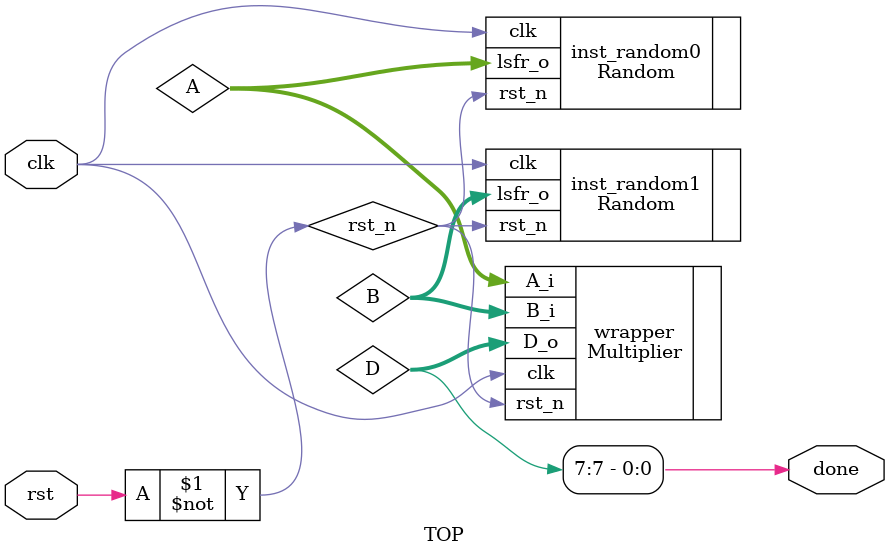
<source format=v>
`timescale 1ns / 1ps


module TOP(
input wire clk,
input wire rst,
output wire done // leds
    );
    wire rst_n;
    assign rst_n = ~rst;
    
    wire [3:0] A;
    wire [3:0] B;
    wire [7:0] D;
    
    //pseudo-random number generation with LFSR
    Random #(.SEED(32'h8456CAD7) ) inst_random0( .clk(clk), .rst_n(rst_n), .lsfr_o(A) );
    Random #(.SEED(32'h897EA5F3) ) inst_random1( .clk(clk), .rst_n(rst_n), .lsfr_o(B) );
    
    Multiplier wrapper( .clk(clk), .rst_n(rst_n), .A_i(A), .B_i(B), .D_o(D) );
    
    assign done = D[7]; // use led to provide output timing constrain
    
endmodule

</source>
